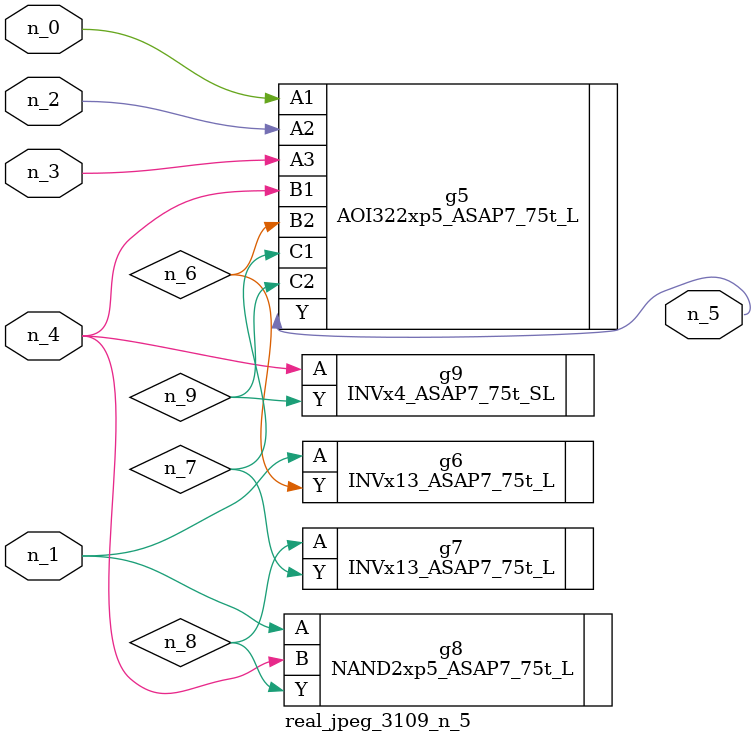
<source format=v>
module real_jpeg_3109_n_5 (n_4, n_0, n_1, n_2, n_3, n_5);

input n_4;
input n_0;
input n_1;
input n_2;
input n_3;

output n_5;

wire n_8;
wire n_6;
wire n_7;
wire n_9;

AOI322xp5_ASAP7_75t_L g5 ( 
.A1(n_0),
.A2(n_2),
.A3(n_3),
.B1(n_4),
.B2(n_6),
.C1(n_7),
.C2(n_9),
.Y(n_5)
);

INVx13_ASAP7_75t_L g6 ( 
.A(n_1),
.Y(n_6)
);

NAND2xp5_ASAP7_75t_L g8 ( 
.A(n_1),
.B(n_4),
.Y(n_8)
);

INVx4_ASAP7_75t_SL g9 ( 
.A(n_4),
.Y(n_9)
);

INVx13_ASAP7_75t_L g7 ( 
.A(n_8),
.Y(n_7)
);


endmodule
</source>
